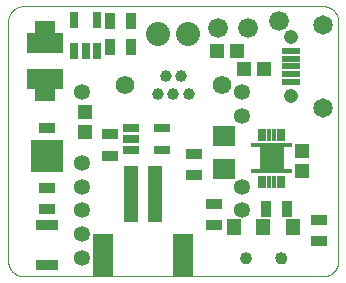
<source format=gbs>
G75*
%MOIN*%
%OFA0B0*%
%FSLAX25Y25*%
%IPPOS*%
%LPD*%
%AMOC8*
5,1,8,0,0,1.08239X$1,22.5*
%
%ADD10C,0.00000*%
%ADD11R,0.04537X0.04931*%
%ADD12R,0.05324X0.03750*%
%ADD13R,0.05324X0.02765*%
%ADD14R,0.10600X0.11100*%
%ADD15R,0.05600X0.03600*%
%ADD16R,0.12400X0.06500*%
%ADD17R,0.06500X0.04600*%
%ADD18R,0.04500X0.05300*%
%ADD19C,0.04000*%
%ADD20R,0.04537X0.18710*%
%ADD21R,0.06899X0.13986*%
%ADD22R,0.02765X0.05324*%
%ADD23C,0.03969*%
%ADD24C,0.06200*%
%ADD25C,0.08000*%
%ADD26R,0.05915X0.02175*%
%ADD27C,0.06506*%
%ADD28C,0.04756*%
%ADD29C,0.05324*%
%ADD30R,0.04931X0.04537*%
%ADD31R,0.07293X0.03750*%
%ADD32C,0.06600*%
%ADD33R,0.01387X0.03946*%
%ADD34R,0.08277X0.08277*%
%ADD35R,0.04537X0.01584*%
%ADD36R,0.13780X0.01772*%
%ADD37R,0.07687X0.06899*%
%ADD38R,0.03750X0.05324*%
D10*
X0016800Y0011800D02*
X0116800Y0011800D01*
X0116940Y0011802D01*
X0117080Y0011808D01*
X0117220Y0011818D01*
X0117360Y0011831D01*
X0117499Y0011849D01*
X0117638Y0011871D01*
X0117775Y0011896D01*
X0117913Y0011925D01*
X0118049Y0011958D01*
X0118184Y0011995D01*
X0118318Y0012036D01*
X0118451Y0012081D01*
X0118583Y0012129D01*
X0118713Y0012181D01*
X0118842Y0012236D01*
X0118969Y0012295D01*
X0119095Y0012358D01*
X0119219Y0012424D01*
X0119340Y0012493D01*
X0119460Y0012566D01*
X0119578Y0012643D01*
X0119693Y0012722D01*
X0119807Y0012805D01*
X0119917Y0012891D01*
X0120026Y0012980D01*
X0120132Y0013072D01*
X0120235Y0013167D01*
X0120336Y0013264D01*
X0120433Y0013365D01*
X0120528Y0013468D01*
X0120620Y0013574D01*
X0120709Y0013683D01*
X0120795Y0013793D01*
X0120878Y0013907D01*
X0120957Y0014022D01*
X0121034Y0014140D01*
X0121107Y0014260D01*
X0121176Y0014381D01*
X0121242Y0014505D01*
X0121305Y0014631D01*
X0121364Y0014758D01*
X0121419Y0014887D01*
X0121471Y0015017D01*
X0121519Y0015149D01*
X0121564Y0015282D01*
X0121605Y0015416D01*
X0121642Y0015551D01*
X0121675Y0015687D01*
X0121704Y0015825D01*
X0121729Y0015962D01*
X0121751Y0016101D01*
X0121769Y0016240D01*
X0121782Y0016380D01*
X0121792Y0016520D01*
X0121798Y0016660D01*
X0121800Y0016800D01*
X0121800Y0096800D01*
X0121798Y0096940D01*
X0121792Y0097080D01*
X0121782Y0097220D01*
X0121769Y0097360D01*
X0121751Y0097499D01*
X0121729Y0097638D01*
X0121704Y0097775D01*
X0121675Y0097913D01*
X0121642Y0098049D01*
X0121605Y0098184D01*
X0121564Y0098318D01*
X0121519Y0098451D01*
X0121471Y0098583D01*
X0121419Y0098713D01*
X0121364Y0098842D01*
X0121305Y0098969D01*
X0121242Y0099095D01*
X0121176Y0099219D01*
X0121107Y0099340D01*
X0121034Y0099460D01*
X0120957Y0099578D01*
X0120878Y0099693D01*
X0120795Y0099807D01*
X0120709Y0099917D01*
X0120620Y0100026D01*
X0120528Y0100132D01*
X0120433Y0100235D01*
X0120336Y0100336D01*
X0120235Y0100433D01*
X0120132Y0100528D01*
X0120026Y0100620D01*
X0119917Y0100709D01*
X0119807Y0100795D01*
X0119693Y0100878D01*
X0119578Y0100957D01*
X0119460Y0101034D01*
X0119340Y0101107D01*
X0119219Y0101176D01*
X0119095Y0101242D01*
X0118969Y0101305D01*
X0118842Y0101364D01*
X0118713Y0101419D01*
X0118583Y0101471D01*
X0118451Y0101519D01*
X0118318Y0101564D01*
X0118184Y0101605D01*
X0118049Y0101642D01*
X0117913Y0101675D01*
X0117775Y0101704D01*
X0117638Y0101729D01*
X0117499Y0101751D01*
X0117360Y0101769D01*
X0117220Y0101782D01*
X0117080Y0101792D01*
X0116940Y0101798D01*
X0116800Y0101800D01*
X0016800Y0101800D01*
X0016660Y0101798D01*
X0016520Y0101792D01*
X0016380Y0101782D01*
X0016240Y0101769D01*
X0016101Y0101751D01*
X0015962Y0101729D01*
X0015825Y0101704D01*
X0015687Y0101675D01*
X0015551Y0101642D01*
X0015416Y0101605D01*
X0015282Y0101564D01*
X0015149Y0101519D01*
X0015017Y0101471D01*
X0014887Y0101419D01*
X0014758Y0101364D01*
X0014631Y0101305D01*
X0014505Y0101242D01*
X0014381Y0101176D01*
X0014260Y0101107D01*
X0014140Y0101034D01*
X0014022Y0100957D01*
X0013907Y0100878D01*
X0013793Y0100795D01*
X0013683Y0100709D01*
X0013574Y0100620D01*
X0013468Y0100528D01*
X0013365Y0100433D01*
X0013264Y0100336D01*
X0013167Y0100235D01*
X0013072Y0100132D01*
X0012980Y0100026D01*
X0012891Y0099917D01*
X0012805Y0099807D01*
X0012722Y0099693D01*
X0012643Y0099578D01*
X0012566Y0099460D01*
X0012493Y0099340D01*
X0012424Y0099219D01*
X0012358Y0099095D01*
X0012295Y0098969D01*
X0012236Y0098842D01*
X0012181Y0098713D01*
X0012129Y0098583D01*
X0012081Y0098451D01*
X0012036Y0098318D01*
X0011995Y0098184D01*
X0011958Y0098049D01*
X0011925Y0097913D01*
X0011896Y0097775D01*
X0011871Y0097638D01*
X0011849Y0097499D01*
X0011831Y0097360D01*
X0011818Y0097220D01*
X0011808Y0097080D01*
X0011802Y0096940D01*
X0011800Y0096800D01*
X0011800Y0016800D01*
X0011802Y0016660D01*
X0011808Y0016520D01*
X0011818Y0016380D01*
X0011831Y0016240D01*
X0011849Y0016101D01*
X0011871Y0015962D01*
X0011896Y0015825D01*
X0011925Y0015687D01*
X0011958Y0015551D01*
X0011995Y0015416D01*
X0012036Y0015282D01*
X0012081Y0015149D01*
X0012129Y0015017D01*
X0012181Y0014887D01*
X0012236Y0014758D01*
X0012295Y0014631D01*
X0012358Y0014505D01*
X0012424Y0014381D01*
X0012493Y0014260D01*
X0012566Y0014140D01*
X0012643Y0014022D01*
X0012722Y0013907D01*
X0012805Y0013793D01*
X0012891Y0013683D01*
X0012980Y0013574D01*
X0013072Y0013468D01*
X0013167Y0013365D01*
X0013264Y0013264D01*
X0013365Y0013167D01*
X0013468Y0013072D01*
X0013574Y0012980D01*
X0013683Y0012891D01*
X0013793Y0012805D01*
X0013907Y0012722D01*
X0014022Y0012643D01*
X0014140Y0012566D01*
X0014260Y0012493D01*
X0014381Y0012424D01*
X0014505Y0012358D01*
X0014631Y0012295D01*
X0014758Y0012236D01*
X0014887Y0012181D01*
X0015017Y0012129D01*
X0015149Y0012081D01*
X0015282Y0012036D01*
X0015416Y0011995D01*
X0015551Y0011958D01*
X0015687Y0011925D01*
X0015825Y0011896D01*
X0015962Y0011871D01*
X0016101Y0011849D01*
X0016240Y0011831D01*
X0016380Y0011818D01*
X0016520Y0011808D01*
X0016660Y0011802D01*
X0016800Y0011800D01*
X0089200Y0017800D02*
X0089202Y0017882D01*
X0089208Y0017964D01*
X0089218Y0018046D01*
X0089232Y0018127D01*
X0089249Y0018207D01*
X0089271Y0018286D01*
X0089296Y0018364D01*
X0089326Y0018441D01*
X0089358Y0018516D01*
X0089395Y0018590D01*
X0089435Y0018662D01*
X0089478Y0018732D01*
X0089525Y0018799D01*
X0089575Y0018865D01*
X0089628Y0018927D01*
X0089683Y0018987D01*
X0089742Y0019045D01*
X0089804Y0019099D01*
X0089868Y0019151D01*
X0089934Y0019199D01*
X0090003Y0019244D01*
X0090074Y0019286D01*
X0090147Y0019324D01*
X0090221Y0019359D01*
X0090297Y0019390D01*
X0090375Y0019417D01*
X0090453Y0019440D01*
X0090533Y0019460D01*
X0090614Y0019476D01*
X0090695Y0019488D01*
X0090777Y0019496D01*
X0090859Y0019500D01*
X0090941Y0019500D01*
X0091023Y0019496D01*
X0091105Y0019488D01*
X0091186Y0019476D01*
X0091267Y0019460D01*
X0091347Y0019440D01*
X0091425Y0019417D01*
X0091503Y0019390D01*
X0091579Y0019359D01*
X0091653Y0019324D01*
X0091726Y0019286D01*
X0091797Y0019244D01*
X0091866Y0019199D01*
X0091932Y0019151D01*
X0091996Y0019099D01*
X0092058Y0019045D01*
X0092117Y0018987D01*
X0092172Y0018927D01*
X0092225Y0018865D01*
X0092275Y0018799D01*
X0092322Y0018732D01*
X0092365Y0018662D01*
X0092405Y0018590D01*
X0092442Y0018516D01*
X0092474Y0018441D01*
X0092504Y0018364D01*
X0092529Y0018286D01*
X0092551Y0018207D01*
X0092568Y0018127D01*
X0092582Y0018046D01*
X0092592Y0017964D01*
X0092598Y0017882D01*
X0092600Y0017800D01*
X0092598Y0017718D01*
X0092592Y0017636D01*
X0092582Y0017554D01*
X0092568Y0017473D01*
X0092551Y0017393D01*
X0092529Y0017314D01*
X0092504Y0017236D01*
X0092474Y0017159D01*
X0092442Y0017084D01*
X0092405Y0017010D01*
X0092365Y0016938D01*
X0092322Y0016868D01*
X0092275Y0016801D01*
X0092225Y0016735D01*
X0092172Y0016673D01*
X0092117Y0016613D01*
X0092058Y0016555D01*
X0091996Y0016501D01*
X0091932Y0016449D01*
X0091866Y0016401D01*
X0091797Y0016356D01*
X0091726Y0016314D01*
X0091653Y0016276D01*
X0091579Y0016241D01*
X0091503Y0016210D01*
X0091425Y0016183D01*
X0091347Y0016160D01*
X0091267Y0016140D01*
X0091186Y0016124D01*
X0091105Y0016112D01*
X0091023Y0016104D01*
X0090941Y0016100D01*
X0090859Y0016100D01*
X0090777Y0016104D01*
X0090695Y0016112D01*
X0090614Y0016124D01*
X0090533Y0016140D01*
X0090453Y0016160D01*
X0090375Y0016183D01*
X0090297Y0016210D01*
X0090221Y0016241D01*
X0090147Y0016276D01*
X0090074Y0016314D01*
X0090003Y0016356D01*
X0089934Y0016401D01*
X0089868Y0016449D01*
X0089804Y0016501D01*
X0089742Y0016555D01*
X0089683Y0016613D01*
X0089628Y0016673D01*
X0089575Y0016735D01*
X0089525Y0016801D01*
X0089478Y0016868D01*
X0089435Y0016938D01*
X0089395Y0017010D01*
X0089358Y0017084D01*
X0089326Y0017159D01*
X0089296Y0017236D01*
X0089271Y0017314D01*
X0089249Y0017393D01*
X0089232Y0017473D01*
X0089218Y0017554D01*
X0089208Y0017636D01*
X0089202Y0017718D01*
X0089200Y0017800D01*
X0101000Y0017800D02*
X0101002Y0017882D01*
X0101008Y0017964D01*
X0101018Y0018046D01*
X0101032Y0018127D01*
X0101049Y0018207D01*
X0101071Y0018286D01*
X0101096Y0018364D01*
X0101126Y0018441D01*
X0101158Y0018516D01*
X0101195Y0018590D01*
X0101235Y0018662D01*
X0101278Y0018732D01*
X0101325Y0018799D01*
X0101375Y0018865D01*
X0101428Y0018927D01*
X0101483Y0018987D01*
X0101542Y0019045D01*
X0101604Y0019099D01*
X0101668Y0019151D01*
X0101734Y0019199D01*
X0101803Y0019244D01*
X0101874Y0019286D01*
X0101947Y0019324D01*
X0102021Y0019359D01*
X0102097Y0019390D01*
X0102175Y0019417D01*
X0102253Y0019440D01*
X0102333Y0019460D01*
X0102414Y0019476D01*
X0102495Y0019488D01*
X0102577Y0019496D01*
X0102659Y0019500D01*
X0102741Y0019500D01*
X0102823Y0019496D01*
X0102905Y0019488D01*
X0102986Y0019476D01*
X0103067Y0019460D01*
X0103147Y0019440D01*
X0103225Y0019417D01*
X0103303Y0019390D01*
X0103379Y0019359D01*
X0103453Y0019324D01*
X0103526Y0019286D01*
X0103597Y0019244D01*
X0103666Y0019199D01*
X0103732Y0019151D01*
X0103796Y0019099D01*
X0103858Y0019045D01*
X0103917Y0018987D01*
X0103972Y0018927D01*
X0104025Y0018865D01*
X0104075Y0018799D01*
X0104122Y0018732D01*
X0104165Y0018662D01*
X0104205Y0018590D01*
X0104242Y0018516D01*
X0104274Y0018441D01*
X0104304Y0018364D01*
X0104329Y0018286D01*
X0104351Y0018207D01*
X0104368Y0018127D01*
X0104382Y0018046D01*
X0104392Y0017964D01*
X0104398Y0017882D01*
X0104400Y0017800D01*
X0104398Y0017718D01*
X0104392Y0017636D01*
X0104382Y0017554D01*
X0104368Y0017473D01*
X0104351Y0017393D01*
X0104329Y0017314D01*
X0104304Y0017236D01*
X0104274Y0017159D01*
X0104242Y0017084D01*
X0104205Y0017010D01*
X0104165Y0016938D01*
X0104122Y0016868D01*
X0104075Y0016801D01*
X0104025Y0016735D01*
X0103972Y0016673D01*
X0103917Y0016613D01*
X0103858Y0016555D01*
X0103796Y0016501D01*
X0103732Y0016449D01*
X0103666Y0016401D01*
X0103597Y0016356D01*
X0103526Y0016314D01*
X0103453Y0016276D01*
X0103379Y0016241D01*
X0103303Y0016210D01*
X0103225Y0016183D01*
X0103147Y0016160D01*
X0103067Y0016140D01*
X0102986Y0016124D01*
X0102905Y0016112D01*
X0102823Y0016104D01*
X0102741Y0016100D01*
X0102659Y0016100D01*
X0102577Y0016104D01*
X0102495Y0016112D01*
X0102414Y0016124D01*
X0102333Y0016140D01*
X0102253Y0016160D01*
X0102175Y0016183D01*
X0102097Y0016210D01*
X0102021Y0016241D01*
X0101947Y0016276D01*
X0101874Y0016314D01*
X0101803Y0016356D01*
X0101734Y0016401D01*
X0101668Y0016449D01*
X0101604Y0016501D01*
X0101542Y0016555D01*
X0101483Y0016613D01*
X0101428Y0016673D01*
X0101375Y0016735D01*
X0101325Y0016801D01*
X0101278Y0016868D01*
X0101235Y0016938D01*
X0101195Y0017010D01*
X0101158Y0017084D01*
X0101126Y0017159D01*
X0101096Y0017236D01*
X0101071Y0017314D01*
X0101049Y0017393D01*
X0101032Y0017473D01*
X0101018Y0017554D01*
X0101008Y0017636D01*
X0101002Y0017718D01*
X0101000Y0017800D01*
D11*
X0109800Y0046954D03*
X0109800Y0053646D03*
X0037250Y0059754D03*
X0037250Y0066446D03*
D12*
X0045550Y0059093D03*
X0045550Y0052007D03*
X0024550Y0041343D03*
X0024550Y0034257D03*
X0073550Y0045507D03*
X0073550Y0052593D03*
X0080250Y0036043D03*
X0080250Y0028957D03*
X0115300Y0030593D03*
X0115300Y0023507D03*
D13*
X0062969Y0053810D03*
X0062969Y0061290D03*
X0052731Y0061290D03*
X0052731Y0057550D03*
X0052731Y0053810D03*
D14*
X0024550Y0051800D03*
D15*
X0024550Y0061050D03*
D16*
X0024050Y0077650D03*
X0024050Y0089450D03*
D17*
X0024050Y0094400D03*
X0024050Y0072700D03*
D18*
X0087000Y0028050D03*
X0096800Y0028050D03*
X0106600Y0028050D03*
D19*
X0102700Y0017800D03*
X0090900Y0017800D03*
D20*
X0060737Y0039367D03*
X0052863Y0039367D03*
D21*
X0043414Y0018894D03*
X0070186Y0018894D03*
D22*
X0041290Y0086931D03*
X0037550Y0086931D03*
X0033810Y0086931D03*
X0033810Y0097169D03*
X0041290Y0097169D03*
D23*
X0064241Y0078601D03*
X0069359Y0078601D03*
X0066800Y0072499D03*
X0071918Y0072499D03*
X0061682Y0072499D03*
D24*
X0050658Y0075550D03*
X0082942Y0075550D03*
D25*
X0071800Y0092509D03*
X0061800Y0092509D03*
D26*
X0106170Y0086918D03*
X0106170Y0084359D03*
X0106170Y0081800D03*
X0106170Y0079241D03*
X0106170Y0076682D03*
D27*
X0116800Y0068022D03*
X0116800Y0095578D03*
D28*
X0106170Y0091643D03*
X0106170Y0071957D03*
D29*
X0089822Y0073109D03*
X0089822Y0065235D03*
X0089822Y0041613D03*
X0089822Y0033739D03*
X0036278Y0033739D03*
X0036278Y0041613D03*
X0036278Y0049487D03*
X0036278Y0025865D03*
X0036278Y0017991D03*
X0036278Y0073109D03*
D30*
X0081504Y0086850D03*
X0088196Y0086850D03*
X0090504Y0080900D03*
X0097196Y0080900D03*
D31*
X0024550Y0028993D03*
X0024550Y0015607D03*
D32*
X0081800Y0094500D03*
X0091800Y0094500D03*
X0102200Y0096900D03*
D33*
X0101912Y0058826D03*
X0100337Y0058826D03*
X0098763Y0058826D03*
X0097188Y0058826D03*
X0095613Y0058826D03*
X0103487Y0058826D03*
X0103487Y0043274D03*
X0101912Y0043274D03*
X0100337Y0043274D03*
X0098763Y0043274D03*
X0097188Y0043274D03*
X0095613Y0043274D03*
D34*
X0099550Y0051050D03*
D35*
X0095022Y0046719D03*
X0104078Y0046719D03*
X0104078Y0055381D03*
X0095022Y0055381D03*
D36*
X0099550Y0055381D03*
X0099550Y0046719D03*
D37*
X0083600Y0047438D03*
X0083600Y0058462D03*
D38*
X0097757Y0034050D03*
X0104843Y0034050D03*
X0052843Y0088050D03*
X0045757Y0088050D03*
X0045757Y0096800D03*
X0052843Y0096800D03*
M02*

</source>
